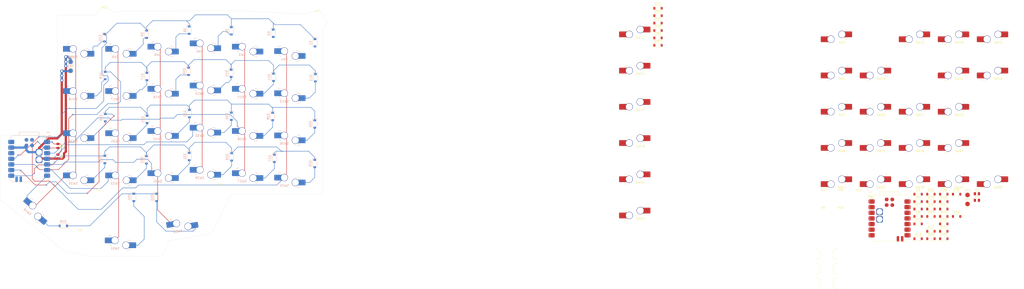
<source format=kicad_pcb>
(kicad_pcb (version 20241229) (generator "pcbnew") (generator_version "9.0")
  (layers (0 "F.Cu" signal) (2 "B.Cu" signal) (13 "F.Paste" user) (15 "B.Paste" user) (5 "F.SilkS" user "F.Silkscreen") (7 "B.SilkS" user "B.Silkscreen") (1 "F.Mask" user) (3 "B.Mask" user) (25 "Edge.Cuts" user))
  (net 0 "")
  (net 1 "Net-(D1-A)")
  (net 2 "/Left/ROW0")
  (net 3 "Net-(D2-A)")
  (net 4 "/Right/ROW0")
  (net 5 "Net-(D3-A)")
  (net 6 "Net-(D4-A)")
  (net 7 "Net-(D5-A)")
  (net 8 "Net-(D6-A)")
  (net 9 "Net-(D7-A)")
  (net 10 "Net-(D8-A)")
  (net 11 "Net-(D9-A)")
  (net 12 "Net-(D11-A)")
  (net 13 "/Left/ROW1")
  (net 14 "Net-(D13-A)")
  (net 15 "Net-(D14-A)")
  (net 16 "Net-(D15-A)")
  (net 17 "Net-(D16-A)")
  (net 18 "Net-(D17-A)")
  (net 19 "Net-(D19-A)")
  (net 20 "/Right/ROW1")
  (net 21 "Net-(D20-A)")
  (net 22 "Net-(D21-A)")
  (net 23 "Net-(D22-A)")
  (net 24 "Net-(D23-A)")
  (net 25 "Net-(D25-A)")
  (net 26 "/Left/ROW3")
  (net 27 "Net-(D26-A)")
  (net 28 "/Left/ROW2")
  (net 29 "Net-(D27-A)")
  (net 30 "Net-(D28-A)")
  (net 31 "Net-(D29-A)")
  (net 32 "Net-(D30-A)")
  (net 33 "Net-(D31-A)")
  (net 34 "Net-(D32-A)")
  (net 35 "Net-(D33-A)")
  (net 36 "Net-(D34-A)")
  (net 37 "Net-(D37-A)")
  (net 38 "/Right/ROW3")
  (net 39 "/Right/ROW2")
  (net 40 "Net-(D38-A)")
  (net 41 "Net-(D39-A)")
  (net 42 "Net-(D40-A)")
  (net 43 "Net-(D41-A)")
  (net 44 "Net-(D42-A)")
  (net 45 "Net-(D43-A)")
  (net 46 "Net-(D44-A)")
  (net 47 "Net-(D45-A)")
  (net 48 "Net-(D46-A)")
  (net 49 "/Left/ROW4")
  (net 50 "Net-(D49-A)")
  (net 51 "Net-(D50-A)")
  (net 52 "/Right/ROW4")
  (net 53 "/Left/BAT_SENSE")
  (net 54 "VBAT")
  (net 55 "/Right/BAT_SENSE")
  (net 56 "GND")
  (net 57 "/Left/COL0")
  (net 58 "/Right/COL0")
  (net 59 "/Left/COL1")
  (net 60 "/Right/COL1")
  (net 61 "/Left/COL2")
  (net 62 "/Left/COL3")
  (net 63 "/Right/COL2")
  (net 64 "/Right/COL3")
  (net 65 "/Left/COL4")
  (net 66 "/Left/COL5")
  (net 67 "/Right/COL4")
  (net 68 "/Right/COL5")
  (net 83 "Net-(D10-A)")
  (net 84 "Net-(D12-A)")
  (net 85 "Net-(D18-A)")
  (net 86 "Net-(D24-A)")
  (net 87 "Net-(D35-A)")
  (net 88 "Net-(D36-A)")
  (net 89 "Net-(D47-A)")
  (net 90 "Net-(D48-A)")
  (net 91 "Net-(D51-A)")
  (net 92 "Net-(D52-A)")
  (net 93 "Net-(D53-A)")
  (net 94 "Net-(D54-A)")
  (footprint "MountingHole:MountingHole_3.2mm_M3" (layer "F.Cu") (at 73.5 23.6)
    (property "Reference" "H11")
    (property "Value" "MountingHole")
  )
  (footprint "Diode_SMD:D_SOD-123" (layer "F.Cu") (at 440.26 113.95)
    (property "Reference" "D8")
    (property "Value" "D")
  )
  (footprint "Diode_SMD:D_SOD-123" (layer "F.Cu") (at 322.985 19.9)
    (property "Reference" "D12")
    (property "Value" "D")
  )
  (footprint "Diode_SMD:D_SOD-123" (layer "F.Cu") (at 446.055 107.25)
    (property "Reference" "D21")
    (property "Value" "D")
  )
  (footprint "PCM_marbastlib-choc:SW_choc_v1_HS_CPG135001S30_1u" (layer "F.Cu") (at 471.315 27.95)
    (property "Reference" "SW45")
    (property "Value" "SW_Push")
  )
  (footprint "MountingHole:MountingHole_3.2mm_M3" (layer "F.Cu") (at 397.385 106.2)
    (property "Reference" "H4")
    (property "Value" "MountingHole")
  )
  (footprint "PCM_marbastlib-choc:SW_choc_v1_HS_CPG135001S30_1u" (layer "F.Cu") (at 418.53 44.31)
    (property "Reference" "SW19")
    (property "Value" "SW_Push")
  )
  (footprint "MountingHole:MountingHole_3.2mm_M3" (layer "F.Cu") (at 62.4 124.4)
    (property "Reference" "H9")
    (property "Value" "MountingHole")
  )
  (footprint "Diode_SMD:D_SOD-123" (layer "F.Cu") (at 440.26 124)
    (property "Reference" "D19")
    (property "Value" "D")
  )
  (footprint "Resistor_SMD:R_0805_2012Metric" (layer "F.Cu") (at 52.4 86.9125 -90)
    (property "Reference" "R1")
    (property "Value" "806k")
  )
  (footprint "Diode_SMD:D_SOD-123" (layer "F.Cu") (at 322.985 33.3)
    (property "Reference" "D52")
    (property "Value" "D")
  )
  (footprint "PCM_marbastlib-choc:SW_choc_v1_HS_CPG135001S30_1u" (layer "F.Cu") (at 310 25.75)
    (property "Reference" "SW12")
    (property "Value" "SW_Push")
  )
  (footprint "Panelization:mouse-bite-5mm-slot" (layer "F.Cu") (at 398.96 144.065)
    (property "Reference" "H15" (hide yes))
    (property "Value" "MountingHole" (hide yes))
  )
  (footprint "PCM_marbastlib-choc:SW_choc_v1_HS_CPG135001S30_1u" (layer "F.Cu") (at 310 58.47)
    (property "Reference" "SW47")
    (property "Value" "SW_Push")
  )
  (footprint "Diode_SMD:D_SOD-123" (layer "F.Cu") (at 446.055 113.95)
    (property "Reference" "D23")
    (property "Value" "D")
  )
  (footprint "Diode_SMD:D_SOD-123" (layer "F.Cu") (at 451.85 113.95)
    (property "Reference" "D42")
    (property "Value" "D")
  )
  (footprint "MountingHole:MountingHole_3.2mm_M3" (layer "F.Cu") (at 70.4 106.1)
    (property "Reference" "H3")
    (property "Value" "MountingHole")
  )
  (footprint "MountingHole:MountingHole_3.2mm_M3" (layer "F.Cu") (at 405.335 114.15)
    (property "Reference" "H10")
    (property "Value" "MountingHole")
  )
  (footprint "PCM_marbastlib-choc:SW_choc_v1_HS_CPG135001S30_1u" (layer "F.Cu") (at 453.72 93.39)
    (property "Reference" "SW44")
    (property "Value" "SW_Push")
  )
  (footprint "Resistor_SMD:R_0805_2012Metric" (layer "F.Cu") (at 52.4 82.1 -90)
    (property "Reference" "R3")
    (property "Value" "2M")
  )
  (footprint "PCM_marbastlib-choc:SW_choc_v1_HS_CPG135001S30_1u" (layer "F.Cu") (at 310 107.55)
    (property "Reference" "SW54")
    (property "Value" "SW_Push")
  )
  (footprint "PCM_marbastlib-choc:SW_choc_v1_HS_CPG135001S30_1u" (layer "F.Cu") (at 400.935 44.31)
    (property "Reference" "SW4")
    (property "Value" "SW_Push")
  )
  (footprint "Diode_SMD:D_SOD-123" (layer "F.Cu") (at 451.85 120.65)
    (property "Reference" "D44")
    (property "Value" "D")
  )
  (footprint "Diode_SMD:D_SOD-123" (layer "F.Cu") (at 446.055 110.6)
    (property "Reference" "D22")
    (property "Value" "D")
  )
  (footprint "MountingHole:MountingHole_3.2mm_M3" (layer "F.Cu") (at 125.3 103.8)
    (property "Reference" "H5")
    (property "Value" "MountingHole")
  )
  (footprint "Diode_SMD:D_SOD-123" (layer "F.Cu") (at 451.85 103.9)
    (property "Reference" "D39")
    (property "Value" "D")
  )
  (footprint "Diode_SMD:D_SOD-123" (layer "F.Cu") (at 446.055 120.65)
    (property "Reference" "D37")
    (property "Value" "D")
  )
  (footprint "Diode_SMD:D_SOD-123" (layer "F.Cu") (at 322.985 23.25)
    (property "Reference" "D24")
    (property "Value" "D")
  )
  (footprint "PCM_marbastlib-choc:SW_choc_v1_HS_CPG135001S30_1u" (layer "F.Cu") (at 453.72 77.03)
    (property "Reference" "SW43")
    (property "Value" "SW_Push")
  )
  (footprint "Diode_SMD:D_SOD-123" (layer "F.Cu") (at 457.645 113.95)
    (property "Reference" "D50")
    (property "Value" "D")
  )
  (footprint "Diode_SMD:D_SOD-123" (layer "F.Cu") (at 322.985 36.65)
    (property "Reference" "D54")
    (property "Value" "D")
  )
  (footprint "marbastlib-choc:SW_choc_v1_HS_CPG135001S30_1.75u" (layer "F.Cu") (at 471.315 93.39)
    (property "Reference" "SW50")
    (property "Value" "SW_Push")
  )
  (footprint "PCM_marbastlib-choc:SW_choc_v1_HS_CPG135001S30_1u" (layer "F.Cu") (at 453.72 44.31)
    (property "Reference" "SW41")
    (property "Value" "SW_Push")
  )
  (footprint "pcb:modified-XIAO-nRF52840-SMD" (layer "F.Cu") (at 427.419 114.8355)
    (property "Reference" "U2")
    (property "Value" "XIAO-nRF52840-SMD")
  )
  (footprint "Diode_SMD:D_SOD-123" (layer "F.Cu") (at 451.85 107.25)
    (property "Reference" "D40")
    (property "Value" "D")
  )
  (footprint "MountingHole:MountingHole_3.2mm_M3" (layer "F.Cu") (at 413.285 106.2)
    (property "Reference" "H12")
    (property "Value" "MountingHole")
  )
  (footprint "Resistor_SMD:R_0805_2012Metric" (layer "F.Cu") (at 466.775 106.65)
    (property "Reference" "R4")
    (property "Value" "2M")
  )
  (footprint "Diode_SMD:D_SOD-123" (layer "F.Cu") (at 451.85 117.3)
    (property "Reference" "D43")
    (property "Value" "D")
  )
  (footprint "PCM_marbastlib-choc:SW_choc_v1_HS_CPG135001S30_1u" (layer "F.Cu") (at 453.72 60.67)
    (property "Reference" "SW42")
    (property "Value" "SW_Push")
  )
  (footprint "PCM_marbastlib-choc:SW_choc_v1_HS_CPG135001S30_1u" (layer "F.Cu") (at 400.935 60.67)
    (property "Reference" "SW7")
    (property "Value" "SW_Push")
  )
  (footprint "marbastlib-choc:SW_choc_v1_HS_CPG135001S30_1.5u" (layer "F.Cu") (at 310 91.19)
    (property "Reference" "SW52")
    (property "Value" "SW_Push")
  )
  (footprint "MountingHole:MountingHole_3.2mm_M3" (layer "F.Cu") (at 169.2 25.4)
    (property "Reference" "H7")
    (property "Value" "MountingHole")
  )
  (footprint "PCM_marbastlib-choc:SW_choc_v1_HS_CPG135001S30_1u" (layer "F.Cu") (at 436.125 60.67)
    (property "Reference" "SW37")
    (property "Value" "SW_Push")
  )
  (footprint "TestPoint:TestPoint_Pad_D2.0mm" (layer "F.Cu") (at 462.545 104.25)
    (property "Reference" "TP2")
    (property "Value" "BAT")
  )
  (footprint "PCM_marbastlib-choc:SW_choc_v1_HS_CPG135001S30_1u" (layer "F.Cu") (at 310 42.11)
    (property "Reference" "SW24")
    (property "Value" "SW_Push")
  )
  (footprint "PCM_marbastlib-choc:SW_choc_v1_HS_CPG135001S30_1u" (layer "F.Cu") (at 418.53 60.67)
    (property "Reference" "SW20")
    (property "Value" "SW_Push")
  )
  (footprint "Panelization:mouse-bite-5mm-slot" (layer "F.Cu") (at 398.96 137.565)
    (property "Reference" "H2" (hide yes))
    (property "Value" "MountingHole" (hide yes))
  )
  (footprint "Diode_SMD:D_SOD-123" (layer "F.Cu") (at 322.985 29.95)
    (property "Reference" "D48")
    (property "Value" "D")
  )
  (footprint "Diode_SMD:D_SOD-123" (layer "F.Cu") (at 322.985 26.6)
    (property "Reference" "D47")
    (property "Value" "D")
  )
  (footprint "PCM_marbastlib-choc:SW_choc_v1_HS_CPG135001S30_1u" (layer "F.Cu") (at 400.935 93.39)
    (property "Reference" "SW11")
    (property "Value" "SW_Push")
  )
  (footprint "Diode_SMD:D_SOD-123" (layer "F.Cu") (at 446.055 124)
    (property "Reference" "D38")
    (property "Value" "D")
  )
  (footprint "PCM_marbastlib-choc:SW_choc_v1_HS_CPG135001S30_1u" (layer "F.Cu") (at 400.935 27.95)
    (property "Reference" "SW2")
    (property "Value" "SW_Push")
  )
  (footprint "MountingHole:MountingHole_3.2mm_M3" (layer "F.Cu") (at 397.385 114.15)
    (property "Reference" "H6")
    (property "Value" "MountingHole")
  )
  (footprint "PCM_marbastlib-choc:SW_choc_v1_HS_CPG135001S30_1u" (layer "F.Cu") (at 418.53 93.39)
    (property "Reference" "SW22")
    (property "Value" "SW_Push")
  )
  (footprint "Diode_SMD:D_SOD-123" (layer "F.Cu") (at 446.055 103.9)
    (property "Reference" "D20")
    (property "Value" "D")
  )
  (footprint "Diode_SMD:D_SOD-123" (layer "F.Cu") (at 440.26 103.9)
    (property "Reference" "D2")
    (property "Value" "D")
  )
  (footprint "PCM_marbastlib-choc:SW_choc_v1_HS_CPG135001S30_1u" (layer "F.Cu") (at 436.125 93.39)
    (property "Reference" "SW39")
    (property "Value" "SW_Push")
  )
  (footprint "PCM_marbastlib-choc:SW_choc_v1_HS_CPG135001S30_1u" (layer "F.Cu") (at 453.72 27.95)
    (property "Reference" "SW40")
    (property "Value" "SW_Push")
  )
  (footprint "PCM_marbastlib-choc:SW_choc_v1_HS_CPG135001S30_1u" (layer "F.Cu") (at 400.935 77.03)
    (property "Reference" "SW8")
    (property "Value" "SW_Push")
  )
  (footprint "Diode_SMD:D_SOD-123" (layer "F.Cu") (at 440.26 107.25)
    (property "Reference" "D4")
    (property "Value" "D")
  )
  (footprint "Diode_SMD:D_SOD-123" (layer "F.Cu") (at 440.26 110.6)
    (property "Reference" "D7")
    (property "Value" "D")
  )
  (footprint "PCM_marbastlib-choc:SW_choc_v1_HS_CPG135001S30_1u" (layer "F.Cu") (at 418.53 77.03)
    (property "Reference" "SW21")
    (property "Value" "SW_Push")
  )
  (footprint "TestPoint:TestPoint_Pad_D2.0mm" (layer "F.Cu") (at 462.545 108.3)
    (property "Reference" "TP4")
    (property "Value" "GND")
  )
  (footprint "Panelization:mouse-bite-5mm-slot" (layer "F.Cu") (at 398.96 131.065)
    (property "Reference" "H1" (hide yes))
    (property "Value" "MountingHole" (hide yes))
  )
  (footprint "Diode_SMD:D_SOD-123" (layer "F.Cu") (at 451.85 110.6)
    (property "Reference" "D41")
    (property "Value" "D")
  )
  (footprint "PCM_marbastlib-choc:SW_choc_v1_HS_CPG135001S30_1u" (layer "F.Cu") (at 436.125 27.95)
    (property "Reference" "SW23")
    (property "Value" "SW_Push")
  )
  (footprint "PCM_marbastlib-choc:SW_choc_v1_HS_CPG135001S30_1u" (layer "F.Cu") (at 471.315 44.31)
    (property "Reference" "SW46")
    (property "Value" "SW_Push")
  )
  (footprint "PCM_marbastlib-choc:SW_choc_v1_HS_CPG135001S30_1u" (layer "F.Cu") (at 310 74.83)
    (property "Reference" "SW48")
    (property "Value" "SW_Push")
  )
  (footprint "PCM_marbastlib-choc:SW_choc_v1_HS_CPG135001S30_1u" (layer "F.Cu") (at 436.125 77.03)
    (property "Reference" "SW38")
    (property "Value" "SW_Push")
  )
  (footprint "MountingHole:MountingHole_3.2mm_M3" (layer "F.Cu") (at 405.335 106.2)
    (property "Reference" "H8")
    (property "Value" "MountingHole")
  )
  (footprint "Resistor_SMD:R_0805_2012Metric" (layer "F.Cu") (at 466.775 103.7)
    (property "Reference" "R2")
    (property "Value" "806k")
  )
  (footprint "Diode_SMD:D_SOD-123" (layer "F.Cu") (at 457.645 103.9)
    (property "Reference" "D46")
    (property "Value" "D")
  )
  (footprint "Diode_SMD:D_SOD-123" (layer "F.Cu") (at 440.26 117.3)
    (property "Reference" "D11")
    (property "Value" "D")
  )
  (footprint "Diode_SMD:D_SOD-123" (layer "F.Cu") (at 451.85 124)
    (property "Reference" "D45")
    (property "Value" "D")
  )
  (footprint "PCM_marbastlib-choc:SW_choc_v1_HS_CPG135001S30_1u" (layer "B.Cu") (at 102.337218 90.65 180)
    (property "Reference" "SW31")
    (property "Value" "SW_Push")
  )
  (footprint "PCM_marbastlib-choc:SW_choc_v1_HS_CPG135001S30_1u" (layer "B.Cu") (at 140.437218 33.5 180)
    (property "Reference" "SW3")
    (property "Value" "SW_Push")
  )
  (footprint "PCM_marbastlib-choc:SW_choc_v1_HS_CPG135001S30_1u" (layer "B.Cu") (at 64.237218 91.65 180)
    (property "Reference" "SW35")
    (property "Value" "SW_Push")
  )
  (footprint "PCM_marbastlib-choc:SW_choc_v1_HS_CPG135001S30_1u" (layer "B.Cu") (at 110.083558 112.555065 -170)
    (property "Reference" "SW53")
    (property "Value" "SW_Push")
  )
  (footprint "Diode_SMD:D_SOD-123" (layer "B.Cu") (at 150 87.7 -90)
    (property "Reference" "D27")
    (property "Value" "D")
  )
  (footprint "PCM_marbastlib-choc:SW_choc_v1_HS_CPG135001S30_1u" (layer "B.Cu") (at 83.287218 72.6 180)
    (property "Reference" "SW34")
    (property "Value" "SW_Push")
  )
  (footprint "PCM_marbastlib-choc:SW_choc_v1_HS_CPG135001S30_1u" (layer "B.Cu") (at 140.437218 90.65 180)
    (property "Reference" "SW27")
    (property "Value" "SW_Push")
  )
  (footprint "PCM_marbastlib-choc:SW_choc_v1_HS_CPG135001S30_1u" (layer "B.Cu") (at 102.337218 71.6 180)
    (property "Reference" "SW32")
    (property "Value" "SW_Push")
  )
  (footprint "Diode_SMD:D_SOD-123" (layer "B.Cu") (at 92.6 70.1 -90)
    (property "Reference" "D34")
    (property "Value" "D")
  )
  (footprint "Diode_SMD:D_SOD-123" (layer "B.Cu") (at 54.8 118.2 180)
    (property "Reference" "D49")
    (property "Value" "D")
  )
  (footprint "TestPoint:TestPoint_Pad_D2.0mm" (layer "B.Cu") (at 58.1 48.15 180)
    (property "Reference" "TP3")
    (property "Value" "GND")
  )
  (footprint "PCM_marbastlib-choc:SW_choc_v1_HS_CPG135001S30_1u" (layer "B.Cu") (at 83.287218 34.5 180)
    (property "Reference" "SW9")
    (property "Value" "SW_Push")
  )
  (footprint "marbastlib-choc:SW_choc_v1_HS_CPG135001S30_1.75u" (layer "B.Cu") (at 47.2 109.4 140)
    (property "Reference" "SW49")
    (property "Value" "SW_Push")
  )
  (footprint "PCM_marbastlib-choc:SW_choc_v1_HS_CPG135001S30_1u" (layer "B.Cu") (at 83.287218 53.55 180)
    (property "Reference" "SW17")
    (property "Value" "SW_Push")
  )
  (footprint "Diode_SMD:D_SOD-123" (layer "B.Cu") (at 130.6 68.7 -90)
    (property "Reference" "D30")
    (property "Value" "D")
  )
  (footprint "Diode_SMD:D_SOD-123" (layer "B.Cu") (at 149.6 51.1 -90)
    (property "Reference" "D14")
    (property "Value" "D")
  )
  (footprint "Diode_SMD:D_SOD-123" (layer "B.Cu") (at 168.2 72.2 -90)
    (property "Reference" "D26")
    (property "Value" "D")
  )
  (footprint "PCM_marbastlib-choc:SW_choc_v1_HS_CPG135001S30_1u" (layer "B.Cu") (at 121.387218 89.15 180)
    (property "Reference" "SW29")
    (property "Value" "SW_Push")
  )
  (footprint "PCM_marbastlib-choc:SW_choc_v1_HS_CPG135001S30_1u" (layer "B.Cu") (at 140.437218 52.55 180)
    (property "Reference" "SW14")
    (property "Value" "SW_Push")
  )
  (footprint "PCM_marbastlib-choc:SW_choc_v1_HS_CPG135001S30_1u" (layer "B.Cu") (at 159.487218 35.5 180)
    (property "Reference" "SW1")
    (property "Value" "SW_Push")
  )
  (footprint "Diode_SMD:D_SOD-123" (layer "B.Cu") (at 130.5 49.3 -90)
    (property "Reference" "D15")
    (property "Value" "D")
  )
  (footprint "PCM_marbastlib-choc:SW_choc_v1_HS_CPG135001S30_1u" (layer "B.Cu") (at 64.237218 53.55 180)
    (property "Reference" "SW18")
    (property "Value" "SW_Push")
  )
  (footprint "PCM_marbastlib-choc:SW_choc_v1_HS_CPG135001S30_1u" (layer "B.Cu") (at 159.487218 54.55 180)
    (property "Reference" "SW13")
    (property "Value" "SW_Push")
  )
  (footprint "PCM_marbastlib-choc:SW_choc_v1_HS_CPG135001S30_1u" (layer "B.Cu") (at 159.487218 73.6 180)
    (property "Reference" "SW26")
    (property "Value" "SW_Push")
  )
  (footprint "Diode_SMD:D_SOD-123" (layer "B.Cu") (at 86.6 105.35 -90)
    (property "Reference" "D51")
    (property "Value" "D")
  )
  (footprint "Diode_SMD:D_SOD-123" (layer "B.Cu") (at 92.3 88.4 -90)
    (property "Reference" "D33")
    (property "Value" "D")
  )
  (footprint "Diode_SMD:D_SOD-123" (layer "B.Cu") (at 111.6 86.9 -90)
    (property "Reference" "D31")
    (property "Value" "D")
  )
  (footprint "Diode_SMD:D_SOD-123" (layer "B.Cu") (at 96.9 105.35 -90)
    (property "Reference" "D53")
    (property "Value" "D")
  )
  (footprint "PCM_marbastlib-choc:SW_choc_v1_HS_CPG135001S30_1u" (layer "B.Cu") (at 159.487218 92.65 180)
    (property "Reference" "SW25")
    (property "Value" "SW_Push")
  )
  (footprint "PCM_marbastlib-choc:SW_choc_v1_HS_CPG135001S30_1u" (layer "B.Cu") (at 64.237218 72.6 180)
    (property "Reference" "SW36")
    (property "Value" "SW_Push")
  )
  (footprint "TestPoint:TestPoint_Pad_D2.0mm" (layer "B.Cu") (at 58.1 44.1 180)
    (property "Reference" "TP1")
    (property "Value" "BAT")
  )
  (footprint "Diode_SMD:D_SOD-123" (layer "B.Cu") (at 73.53 88.22 -90)
    (property "Reference" "D35")
    (property "Value" "D")
  )
  (footprint "Diode_SMD:D_SOD-123" (layer "B.Cu") (at 168.5 51.3 -90)
    (property "Reference" "D13")
    (property "Value" "D")
  )
  (footprint "Diode_SMD:D_SOD-123" (layer "B.Cu") (at 111.6 29.8 -90)
    (property "Reference" "D6")
    (property "Value" "D")
  )
  (footprint "Diode_SMD:D_SOD-123" (layer "B.Cu") (at 130.6 30.1 -90)
    (property "Reference" "D5")
    (property "Value" "D")
  )
  (footprint "PCM_marbastlib-choc:SW_choc_v1_HS_CPG135001S30_1u" (layer "B.Cu") (at 102.337218 33.5 180)
    (property "Reference" "SW6")
    (property "Value" "SW_Push")
  )
  (footprint "Diode_SMD:D_SOD-123" (layer "B.Cu") (at 149.5 31.2 -90)
    (property "Reference" "D3")
    (property "Value" "D")
  )
  (footprint "marbastlib-choc:SW_choc_v1_HS_CPG135001S30_1.5u" (layer "B.Cu") (at 83.1 121 180)
    (property "Reference" "SW51")
    (property "Value" "SW_Push")
  )
  (footprint "PCM_marbastlib-choc:SW_choc_v1_HS_CPG135001S30_1u" (layer "B.Cu") (at 121.387218 70.1 180)
    (property "Reference" "SW30")
    (property "Value" "SW_Push")
  )
  (footprint "PCM_marbastlib-choc:SW_choc_v1_HS_CPG135001S30_1u" (layer "B.Cu") (at 121.387218 32 180)
    (property "Reference" "SW5")
    (property "Value" "SW_Push")
  )
  (footprint "PCM_marbastlib-choc:SW_choc_v1_HS_CPG135001S30_1u" (layer "B.Cu") (at 140.437218 71.6 180)
    (property "Reference" "SW28")
    (property "Value" "SW_Push")
  )
  (footprint "Diode_SMD:D_SOD-123" (layer "B.Cu") (at 92.4 31.65 -90)
    (property "Reference" "D9")
    (property "Value" "D")
  )
  (footprint "Diode_SMD:D_SOD-123" (layer "B.Cu") (at 73.76 69.3425 -90)
    (property "Reference" "D36")
    (property "Value" "D")
  )
  (footprint "Diode_SMD:D_SOD-123" (layer "B.Cu") (at 73.7 50.3 -90)
    (property "Reference" "D18")
    (property "Value" "D")
  )
  (footprint "Diode_SMD:D_SOD-123" (layer "B.Cu") (at 130.7 87.05 -90)
    (property "Reference" "D29")
    (property "Value" "D")
  )
  (footprint "Diode_SMD:D_SOD-123" (layer "B.Cu") (at 73.4 33.25 -90)
    (property "Reference" "D10")
    (property "Value" "D")
  )
  (footprint "Diode_SMD:D_SOD-123" (layer "B.Cu") (at 111.7 67.5 -90)
    (property "Reference" "D32")
    (property "Value" "D")
  )
  (footprint "PCM_marbastlib-choc:SW_choc_v1_HS_CPG135001S30_1u" (layer "B.Cu") (at 64.237218 34.5 180)
    (property "Reference" "SW10")
    (property "Value" "SW_Push")
  )
  (footprint "PCM_marbastlib-choc:SW_choc_v1_HS_CPG135001S30_1u" (layer "B.Cu") (at 83.287218 91.65 180)
    (property "Reference" "SW33")
    (property "Value" "SW_Push")
  )
  (footprint "Diode_SMD:D_SOD-123" (layer "B.Cu") (at 111.3 48.4 -90)
    (property "Reference" "D16")
    (property "Value" "D")
  )
  (footprint "PCM_marbastlib-choc:SW_choc_v1_HS_CPG135001S30_1u" (layer "B.Cu") (at 102.337218 52.55 180)
    (property "Reference" "SW16")
    (property "Value" "SW_Push")
  )
  (footprint "Diode_SMD:D_SOD-123" (layer "B.Cu") (at 168.3 35.5 -90)
    (property "Reference" "D1")
    (property "Value" "D")
  )
  (footprint "Diode_SMD:D_SOD-123" (layer "B.Cu") (at 92.5 50.75 -90)
    (property "Reference" "D17")
    (property "Value" "D")
  )
  (footprint "Diode_SMD:D_SOD-123" (layer "B.Cu") (at 168.2 90.05 -90)
    (property "Reference" "D25")
    (property "Value" "D")
  )
  (footprint "Diode_SMD:D_SOD-123" (layer "B.Cu") (at 149.2 68.8 -90)
    (property "Reference" "D28")
    (property "Value" "D")
  )
  (footprint "pcb:modified-XIAO-nRF52840-SMD" (layer "B.Cu") (at 39.401718 87.9118 180)
    (property "Reference" "U1")
    (property "Value" "XIAO-nRF52840-SMD")
  )
  (footprint "PCM_marbastlib-choc:SW_choc_v1_HS_CPG135001S30_1u" (layer "B.Cu") (at 121.387218 51.05 180)
    (property "Reference" "SW15")
    (property "Value" "SW_Push")
  )
  (gr_line (start 102.091599 125.421) (end 99.751449 131.271379) (stroke (width 0.05)) (layer "Edge.Cuts"))
  (gr_arc (start 69.70844 22.871137) (mid 72.700103 19.740803) (end 76.707059 21.381943) (stroke (width 0.05)) (layer "Edge.Cuts"))
  (gr_line (start 53.355276 22.966302) (end 68.6 22.966302) (stroke (width 0.05)) (layer "Edge.Cuts"))
  (gr_line (start 170.899629 104.1) (end 131.0228 104.1) (stroke (width 0.05)) (layer "Edge.Cuts"))
  (gr_line (start 68.6 22.966302) (end 69.6244 22.966302) (stroke (width 0.05)) (layer "Edge.Cuts"))
  (gr_line (start 52.101835 76.109252) (end 52.198422 23.952048) (stroke (width 0.05)) (layer "Edge.Cuts"))
  (gr_arc (start 69.70844 22.871137) (mid 69.687916 22.937699) (end 69.624405 22.966302) (stroke (width 0.05)) (layer "Edge.Cuts"))
  (gr_line (start 170.837864 21.488316) (end 173.545009 25.346985) (stroke (width 0.05)) (layer "Edge.Cuts"))
  (gr_line (start 173.56449 26.46687) (end 171.969583 28.917089) (stroke (width 0.05)) (layer "Edge.Cuts"))
  (gr_arc (start 171.906723 103.098655) (mid 171.614309 103.80664) (end 170.899629 104.1) (stroke (width 0.05)) (layer "Edge.Cuts"))
  (gr_arc (start 52.198422 23.952048) (mid 52.438459 23.303946) (end 53.355276 22.966302) (stroke (width 0.05)) (layer "Edge.Cuts"))
  (gr_arc (start 130.125317 104.658951) (mid 130.494145 104.251162) (end 131.0228 104.1) (stroke (width 0.05)) (layer "Edge.Cuts"))
  (gr_line (start 66.697454 131.878274) (end 55.234358 129.449652) (stroke (width 0.05)) (layer "Edge.Cuts"))
  (gr_arc (start 169.803729 21.086189) (mid 170.381698 21.130653) (end 170.837864 21.488316) (stroke (width 0.05)) (layer "Edge.Cuts"))
  (gr_arc (start 55.234358 129.449652) (mid 55.01214 129.374466) (end 54.80842 129.245436) (stroke (width 0.05)) (layer "Edge.Cuts"))
  (gr_line (start 130.125316 104.658951) (end 122.025786 121.14055) (stroke (width 0.05)) (layer "Edge.Cuts"))
  (gr_arc (start 163.531315 22.471008) (mid 163.399248 22.491035) (end 163.26574 22.493287) (stroke (width 0.05)) (layer "Edge.Cuts"))
  (gr_arc (start 173.545009 25.346985) (mid 173.726249 25.903959) (end 173.56449 26.46687) (stroke (width 0.05)) (layer "Edge.Cuts"))
  (gr_arc (start 52.101835 76.109252) (mid 51.810919 76.812541) (end 51.114163 77.107358) (stroke (width 0.05)) (layer "Edge.Cuts"))
  (gr_line (start 121.295166 121.685427) (end 121.295167 121.685433) (stroke (width 0.05)) (layer "Edge.Cuts"))
  (gr_arc (start 26.294447 78.292174) (mid 26.582272 77.583182) (end 27.297806 77.285129) (stroke (width 0.05)) (layer "Edge.Cuts"))
  (gr_arc (start 131.374938 20.9) (mid 131.399993 20.900312) (end 131.424918 20.901246) (stroke (width 0.05)) (layer "Edge.Cuts"))
  (gr_arc (start 66.9048 131.9) (mid 66.80057 131.894554) (end 66.697454 131.878274) (stroke (width 0.05)) (layer "Edge.Cuts"))
  (gr_arc (start 122.025786 121.14055) (mid 121.726194 121.501045) (end 121.295166 121.685427) (stroke (width 0.05)) (layer "Edge.Cuts"))
  (gr_line (start 171.807673 29.463945) (end 171.906724 103.098655) (stroke (width 0.05)) (layer "Edge.Cuts"))
  (gr_line (start 27.297806 77.285129) (end 51.114163 77.107358) (stroke (width 0.05)) (layer "Edge.Cuts"))
  (gr_arc (start 171.807673 29.463945) (mid 171.848806 29.178737) (end 171.969583 28.917089) (stroke (width 0.05)) (layer "Edge.Cuts"))
  (gr_line (start 26.484287 105.913818) (end 26.294447 78.292174) (stroke (width 0.05)) (layer "Edge.Cuts"))
  (gr_line (start 54.80842 129.245436) (end 26.856455 106.69436) (stroke (width 0.05)) (layer "Edge.Cuts"))
  (gr_arc (start 102.091599 125.421) (mid 102.392101 125.014134) (end 102.853237 124.806394) (stroke (width 0.05)) (layer "Edge.Cuts"))
  (gr_arc (start 99.751449 131.271379) (mid 99.383596 131.728068) (end 98.822967 131.9) (stroke (width 0.05)) (layer "Edge.Cuts"))
  (gr_line (start 163.531315 22.471008) (end 169.803729 21.086189) (stroke (width 0.05)) (layer "Edge.Cuts"))
  (gr_line (start 76.710001 21.38) (end 131.374938 20.9) (stroke (width 0.05)) (layer "Edge.Cuts"))
  (gr_line (start 131.424918 20.901246) (end 163.26574 22.493287) (stroke (width 0.05)) (layer "Edge.Cuts"))
  (gr_line (start 102.853237 124.806394) (end 102.853234 124.806376) (stroke (width 0.05)) (layer "Edge.Cuts"))
  (gr_line (start 171.906723 103.098655) (end 171.906724 103.098655) (stroke (width 0.05)) (layer "Edge.Cuts"))
  (gr_line (start 121.295167 121.685433) (end 102.853234 124.806376) (stroke (width 0.05)) (layer "Edge.Cuts"))
  (gr_line (start 98.822967 131.9) (end 66.9048 131.9) (stroke (width 0.05)) (layer "Edge.Cuts"))
  (gr_arc (start 26.856455 106.69436) (mid 26.58362 106.350471) (end 26.484287 105.913818) (stroke (width 0.05)) (layer "Edge.Cuts"))
  (gr_line (start 130.125317 104.658951) (end 130.125316 104.658951) (stroke (width 0.05)) (layer "Edge.Cuts"))
  (segment (start 34.52 86.22) (end 35.512215 86.22) (width 0.2) (layer "F.Cu") (net 2))
  (segment (start 35.512215 86.22) (end 43.770016 77.962199) (width 0.2) (layer "F.Cu") (net 2))
  (via (at 34.52 86.22) (size 0.6) (drill 0.3) (layers "F.Cu" "B.Cu") (net 2))
  (via (at 43.770016 77.962199) (size 0.6) (drill 0.3) (layers "F.Cu" "B.Cu") (net 2))
  (segment (start 147.49 24.65) (end 130.6 24.65) (width 0.2) (layer "B.Cu") (net 2))
  (segment (start 75.06 52.66) (end 75.06 50.87) (width 0.2) (layer "B.Cu") (net 2))
  (segment (start 74.301 35.32) (end 74.301 35.509) (width 0.2) (layer "B.Cu") (net 2))
  (segment (start 130.6 28.45) (end 130.6 24.65) (width 0.2) (layer "B.Cu") (net 2))
  (segment (start 92.4 29.53) (end 92.4 30) (width 0.2) (layer "B.Cu") (net 2))
  (segment (start 149.5 26.66) (end 149.21 26.37) (width 0.2) (layer "B.Cu") (net 2))
  (segment (start 74.6 50.41) (end 73.08 50.41) (width 0.2) (layer "B.Cu") (net 2))
  (segment (start 52.707801 77.962199) (end 54.09 76.58) (width 0.2) (layer "B.Cu") (net 2))
  (segment (start 95.06 25.55) (end 110.6 25.55) (width 0.2) (layer "B.Cu") (net 2))
  (segment (start 57.55 65.14) (end 57.63 65.22) (width 0.2) (layer "B.Cu") (net 2))
  (segment (start 75.06 50.87) (end 74.6 50.41) (width 0.2) (layer "B.Cu") (net 2))
  (segment (start 110.6 25.55) (end 110.31 25.55) (width 0.2) (layer "B.Cu") (net 2))
  (segment (start 74.301 35.729) (end 74.301 35.32) (width 0.2) (layer "B.Cu") (net 2))
  (segment (start 110.31 25.55) (end 111.6 26.84) (width 0.2) (layer "B.Cu") (net 2))
  (segment (start 32.8282 87.9118) (end 34.52 86.22) (width 0.2) (layer "B.Cu") (net 2))
  (segment (start 57.55 64.79) (end 57.55 65.14) (width 0.2) (layer "B.Cu") (net 2))
  (segment (start 89.57 26.7) (end 92.4 29.53) (width 0.2) (layer "B.Cu") (net 2))
  (segment (start 73.08 50.41) (end 72.22 49.55) (width 0.2) (layer "B.Cu") (net 2))
  (segment (start 92.4 28.21) (end 95.06 25.55) (width 0.2) (layer "B.Cu") (net 2))
  (segment (start 92.4 30) (end 92.4 28.21) (width 0.2) (layer "B.Cu") (net 2))
  (segment (start 73.03 61.76) (end 73.03 54.69) (width 0.2) (layer "B.Cu") (net 2))
  (segment (start 73.4 31.6) (end 74.07 31.6) (width 0.2) (layer "B.Cu") (net 2))
  (segment (start 69.57 65.22) (end 73.03 61.76) (width 0.2) (layer "B.Cu") (net 2))
  (segment (start 161.74 27.29) (end 161.74 27.28) (width 0.2) (layer "B.Cu") (net 2))
  (segment (start 72.22 49.55) (end 72.22 37.81) (width 0.2) (layer "B.Cu") (net 2))
  (segment (start 128.83 22.88) (end 114.39 22.88) (width 0.2) (layer "B.Cu") (net 2))
  (segment (start 74.301 32.501) (end 74.301 35.32) (width 0.2) (layer "B.Cu") (net 2))
  (segment (start 150.12 27.28) (end 149.21 26.37) (width 0.2) (layer "B.Cu") (net 2))
  (segment (start 149.5 29.55) (end 149.5 26.66) (width 0.2) (layer "B.Cu") (net 2))
  (segment (start 57.63 65.22) (end 69.57 65.22) (width 0.2) (layer "B.Cu") (net 2))
  (segment (start 31.346718 87.9118) (end 32.8282 87.9118) (width 0.2) (layer "B.Cu") (net 2))
  (segment (start 111.6 26.84) (end 111.6 28.15) (width 0.2) (layer "B.Cu") (net 2))
  (segment (start 73.03 54.69) (end 75.06 52.66) (width 0.2) (layer "B.Cu") (net 2))
  (segment (start 73.4 31.6) (end 74.301 32.501) (width 0.2) (layer "B.Cu") (net 2))
  (segment (start 54.09 76.58) (end 54.09 67.83) (width 0.2) (layer "B.Cu") (net 2))
  (segment (start 89.57 26.66) (end 89.57 26.7) (width 0.2) (layer "B.Cu") (net 2))
  (segment (start 43.770016 77.962199) (end 52.707801 77.962199) (width 0.2) (layer "B.Cu") (net 2))
  (segment (start 79.01 26.66) (end 89.57 26.66) (width 0.2) (layer "B.Cu") (net 2))
  (segment (start 161.74 27.28) (end 150.12 27.28) (width 0.2) (layer "B.Cu") (net 2))
  (segment (start 168.3 33.85) (end 161.74 27.29) (width 0.2) (layer "B.Cu") (net 2))
  (segment (start 130.6 24.65) (end 128.83 22.88) (width 0.2) (layer "B.Cu") (net 2))
  (segment (start 74.07 31.6) (end 79.01 26.66) (width 0.2) (layer "B.Cu") (net 2))
  (segment (start 149.21 26.37) (end 147.49 24.65) (width 0.2) (layer "B.Cu") (net 2))
  (segment (start 54.09 67.83) (end 56.7 65.22) (width 0.2) (layer "B.Cu") (net 2))
  (segment (start 72.22 37.81) (end 74.301 35.729) (width 0.2) (layer "B.Cu") (net 2))
  (segment (start 111.72 25.55) (end 110.6 25.55) (width 0.2) (layer "B.Cu") (net 2))
  (segment (start 114.39 22.88) (end 111.72 25.55) (width 0.2) (layer "B.Cu") (net 2))
  (segment (start 56.7 65.22) (end 57.63 65.22) (width 0.2) (layer "B.Cu") (net 2))
  (segment (start 126.78 30.4) (end 128.53 30.4) (width 0.2) (layer "B.Cu") (net 7))
  (segment (start 124.632218 37.95) (end 124.632218 32.547782) (width 0.2) (layer "B.Cu") (net 7))
  (segment (start 129.88 31.75) (end 128.53 30.4) (width 0.2) (layer "B.Cu") (net 7))
  (segment (start 124.632218 32.547782) (end 126.78 30.4) (width 0.2) (layer "B.Cu") (net 7))
  (segment (start 130.6 31.75) (end 129.88 31.75) (width 0.2) (layer "B.Cu") (net 7))
  (segment (start 107.07 31.45) (end 105.582218 32.937782) (width 0.2) (layer "B.Cu") (net 8))
  (segment (start 111.6 31.45) (end 107.07 31.45) (width 0.2) (layer "B.Cu") (net 8))
  (segment (start 105.582218 32.937782) (end 105.582218 39.45) (width 0.2) (layer "B.Cu") (net 8))
  (segment (start 90.88 36.102218) (end 86.532218 40.45) (width 0.2) (layer "B.Cu") (net 11))
  (segment (start 90.88 33.86) (end 90.88 36.102218) (width 0.2) (layer "B.Cu") (net 11))
  (segment (start 91.44 33.3) (end 90.88 33.86) (width 0.2) (layer "B.Cu") (net 11))
  (segment (start 92.4 33.3) (end 91.44 33.3) (width 0.2) (layer "B.Cu") (net 11))
  (segment (start 55.16 90.23) (end 52.5761 92.8139) (width 0.2) (layer "F.Cu") (net 13))
  (segment (start 59.06 67.93) (end 57.286218 69.703782) (width 0.2) (layer "F.Cu") (net 13))
  (segment (start 57.286218 88.103782) (end 55.16 90.23) (width 0.2) (layer "F.Cu") (net 13))
  (segment (start 57.286218 69.703782) (end 57.286218 88.103782) (width 0.2) (layer "F.Cu") (net 13))
  (segment (start 44.1239 92.8139) (end 43.16 91.85) (width 0.2) (layer "F.Cu") (net 13))
  (segment (start 52.5761 92.8139) (end 44.1239 92.8139) (width 0.2) (layer "F.Cu") (net 13))
  (via (at 59.06 67.93) (size 0.6) (drill 0.3) (layers "F.Cu" "B.Cu") (net 13))
  (via (at 43.16 91.85) (size 0.6) (drill 0.3) (layers "F.Cu" "B.Cu") (net 13))
  (segment (start 111.3 45.6) (end 111.3 46.75) (width 0.2) (layer "B.Cu") (net 13))
  (segment (start 74.81 63.02) (end 79.53 63.02) (width 0.2) (layer "B.Cu") (net 13))
  (segment (start 132.24 43.49) (end 147.43 43.49) (width 0.2) (layer "B.Cu") (net 13))
  (segment (start 130.5 45.23) (end 130.85 44.88) (width 0.2) (layer "B.Cu") (net 13))
  (segment (start 152.18 45.54) (end 149.6 48.12) (width 0.2) (layer "B.Cu") (net 13))
  (segment (start 94.68 44.04) (end 92.5 46.22) (width 0.2) (layer "B.Cu") (net 13))
  (segment (start 130.5 45.5) (end 128.11 43.11) (width 0.2) (layer "B.Cu") (net 13))
  (segment (start 73.7 46.65) (end 73.96 46.39) (width 0.2) (layer "B.Cu") (net 13))
  (segment (start 130.5 47.65) (end 130.5 45.23) (width 0.2) (layer "B.Cu") (net 13))
  (segment (start 130.7 45.03) (end 130.85 44.88) (width 0.2) (layer "B.Cu") (net 13))
  (segment (start 75.92 44.43) (end 73.96 46.39) (width 0.2) (layer "B.Cu") (net 13))
  (segment (start 92.5 46.85) (end 90.91 45.26) (width 0.2) (layer "B.Cu") (net 13))
  (segment (start 59.06 67.93) (end 69.9 67.93) (width 0.2) (layer "B.Cu") (net 13))
  (segment (start 165.8 45.54) (end 152.18 45.54) (width 0.2) (layer "B.Cu") (net 13))
  (segment (start 111.3 45.97) (end 109.37 44.04) (width 0.2) (layer "B.Cu") (net 13))
  (segment (start 90.91 45.26) (end 90.02 44.37) (width 0.2) (layer "B.Cu") (net 13))
  (segment (start 41.7618 90.4518) (end 31.346718 90.4518) (width 0.2) (layer "B.Cu") (net 13))
  (segment (start 80.65 61.9) (end 80.65 53.12) (width 0.2) (layer "B.Cu") (net 13))
  (segment (start 168.5 49.65) (end 168.5 48.24) (width 0.2) (layer "B.Cu") (net 13))
  (segment (start 76.18 48.65) (end 73.7 48.65) (width 0.2) (layer "B.Cu") (net 13))
  (segment (start 130.5 47.65) (end 130.5 45.5) (width 0.2) (layer "B.Cu") (net 13))
  (segment (start 128.11 43.11) (end 113.79 43.11) (width 0.2) (layer "B.Cu") (net 13))
  (segment (start 80.65 53.12) (end 76.18 48.65) (width 0.2) (layer "B.Cu") (net 13))
  (segment (start 92.5 49.1) (end 92.66 49.1) (width 0.2) (layer "B.Cu") (net 13))
  (segment (start 130.85 44.88) (end 132.24 43.49) (width 0.2) (layer "B.Cu") (net 13))
  (segment (start 75.92 44.37) (end 75.92 44.43) (width 0.2) (layer "B.Cu") (net 13))
  (segment (start 109.37 44.04) (end 94.68 44.04) (width 0.2) (layer "B.Cu") (net 13))
  (segment (start 113.79 43.11) (end 111.3 45.6) (width 0.2) (layer "B.Cu") (net 13))
  (segment (start 79.53 63.02) (end 80.65 61.9) (width 0.2) (layer "B.Cu") (net 13))
  (segment (start 92.5 49.1) (end 92.5 46.85) (width 0.2) (layer "B.Cu") (net 13))
  (segment (start 149.6 48.12) (end 149.6 49.45) (width 0.2) (layer "B.Cu") (net 13))
  (segment (start 43.16 91.85) (end 41.7618 90.4518) (width 0.2) (layer "B.Cu") (net 13))
  (segment (start 73.96 46.39) (end 73.79 46.56) (width 0.2) (layer "B.Cu") (net 13))
  (segment (start 90.02 44.37) (end 75.92 44.37) (width 0.2) (layer "B.Cu") (net 13))
  (segment (start 111.3 46.75) (end 111.3 45.97) (width 0.2) (layer "B.Cu") (net 13))
  (segment (start 92.5 46.22) (end 92.5 49.1) (width 0.2) (layer "B.Cu") (net 13))
  (segment (start 149.6 45.66) (end 149.6 49.45) (width 0.2) (layer "B.Cu") (net 13))
  (segment (start 147.43 43.49) (end 149.6 45.66) (width 0.2) (layer "B.Cu") (net 13))
  (segment (start 168.5 48.24) (end 165.8 45.54) (width 0.2) (layer "B.Cu") (net 13))
  (segment (start 73.7 48.65) (end 73.7 46.65) (width 0.2) (layer "B.Cu") (net 13))
  (segment (start 69.9 67.93) (end 74.81 63.02) (width 0.2) (layer "B.Cu") (net 13))
  (segment (start 162.732218 60.5) (end 165.72 60.5) (width 0.2) (layer "B.Cu") (net 14))
  (segment (start 168.5 57.72) (end 168.5 52.95) (width 0.2) (layer "B.Cu") (net 14))
  (segment (start 165.72 60.5) (end 168.5 57.72) (width 0.2) (layer "B.Cu") (net 14))
  (segment (start 149.6 54.21) (end 149.6 52.75) (width 0.2) (layer "B.Cu") (net 15))
  (segment (start 143.682218 58.5) (end 145.31 58.5) (width 0.2) (layer "B.Cu") (net 15))
  (segment (start 145.31 58.5) (end 149.6 54.21) (width 0.2) (layer "B.Cu") (net 15))
  (segment (start 130.5 52.13) (end 130.5 50.95) (width 0.2) (layer "B.Cu") (net 16))
  (segment (start 129.18 53.45) (end 130.5 52.13) (width 0.2) (layer "B.Cu") (net 16))
  (segment (start 124.632218 57) (end 128.142218 53.49) (width 0.2) (layer "B.Cu") (net 16))
  (segment (start 129.18 53.49) (end 129.18 53.45) (width 0.2) (layer "B.Cu") (net 16))
  (segment (start 128.142218 53.49) (end 129.18 53.49) (width 0.2) (layer "B.Cu") (net 16))
  (segment (start 107.52 50.05) (end 106.79 50.78) (width 0.2) (layer "B.Cu") (net 17))
  (segment (start 111.3 50.05) (end 107.52 50.05) (width 0.2) (layer "B.Cu") (net 17))
  (segment (start 106.79 50.78) (end 106.89 50.68) (width 0.2) (layer "B.Cu") (net 17))
  (segment (start 105.582218 51.987782) (end 106.79 50.78) (width 0.2) (layer "B.Cu") (net 17))
  (segment (start 105.582218 58.5) (end 105.582218 51.987782) (width 0.2) (layer "B.Cu") (net 17))
  (segment (start 86.532218 59.5) (end 89.312218 56.72) (width 0.2) (layer "B.Cu") (net 18))
  (segment (start 89.312218 56.72) (end 90.19 56.72) (width 0.2) (layer "B.Cu") (net 18))
  (segment (start 92.5 54.41) (end 92.5 52.4) (width 0.2) (layer "B.Cu") (net 18))
  (segment (start 90.19 56.72) (end 92.5 54.41) (width 0.2) (layer "B.Cu") (net 18))
  (segment (start 168.2 96.3) (end 168.2 91.7) (width 0.2) (layer "B.Cu") (net 25))
  (segment (start 165.9 98.6) (end 168.2 96.3) (width 0.2) (layer "B.Cu") (net 25))
  (segment (start 162.732218 98.6) (end 165.9 98.6) (width 0.2) (layer "B.Cu") (net 25))
  (segment (start 50.95 89.54) (end 49.85 90.64) (width 0.2) (layer "F.Cu") (net 26))
  (segment (start 41.7 92.460057) (end 41.7 93.34) (width 0.2) (layer "F.Cu") (net 26))
  (segment (start 43.520057 90.64) (end 41.7 92.460057) (width 0.2) (layer "F.Cu") (net 26))
  (segment (start 41.7 93.34) (end 41.7 94.38) (width 0.2) (layer "F.Cu") (net 26))
  (segment (start 41.7 94.38) (end 41.73 94.41) (width 0.2) (layer "F.Cu") (net 26))
  (segment (start 49.85 90.64) (end 43.520057 90.64) (width 0.2) (layer "F.Cu") (net 26))
  (via (at 41.73 94.41) (size 0.6) (drill 0.3) (layers "F.Cu" "B.Cu") (net 26))
  (via (at 50.95 89.54) (size 0.6) (drill 0.3) (layers "F.Cu" "B.Cu") (net 26))
  (segment (start 165.43 84.49) (end 153.73 84.49) (width 0.2) (layer "B.Cu") (net 26))
  (segment (start 92.3 85.01) (end 92.3 86.75) (width 0.2) (layer "B.Cu") (net 26))
  (segment (start 153.07 84.49) (end 151.13 82.55) (width 0.2) (layer "B.Cu") (net 26))
  (segment (start 75.63 82.5) (end 74.02 84.11) (width 0.2) (layer "B.Cu") (net 26))
  (segment (start 109.33 81.65) (end 95.66 81.65) (width 0.2) (layer "B.Cu") (net 26))
  (segment (start 114.15 80.45) (end 111.6 83) (width 0.2) (layer "B.Cu") (net 26))
  (segment (start 41.73 94.41) (end 40.6082 95.5318) (width 0.2) (layer "B.Cu") (net 26))
  (segment (start 89.86 82.72) (end 89.64 82.5) (width 0.2) (layer "B.Cu") (net 26))
  (segment (start 150 86.05) (end 150 85.22) (width 0.2) (layer "B.Cu") (net 26))
  (segment (start 111.6 83) (end 111.6 85.25) (width 0.2) (layer "B.Cu") (net 26))
  (segment (start 92.3 85.16) (end 89.86 82.72) (width 0.2) (layer "B.Cu") (net 26))
  (segment (start 151.13 82.55) (end 133.55 82.55) (width 0.2) (layer "B.Cu") (net 26))
  (segment (start 73.53 86.57) (end 53.92 86.57) (width 0.2) (layer "B.Cu") (net 26))
  (segment (start 73.88 84.25) (end 73.88 84.07) (width 0.2) (layer "B.Cu") (net 26))
  (segment (start 111.6 83.92) (end 109.33 81.65) (width 0.2) (layer "B.Cu") (net 26))
  (segment (start 74.02 84.11) (end 73.88 84.25) (width 0.2) (layer "B.Cu") (net 26))
  (segment (start 150 85.22) (end 150.73 84.49) (width 0.2) (layer "B.Cu") (net 26))
  (segment (start 95.66 81.65) (end 92.3 85.01) (width 0.2) (layer "B.Cu") (net 26))
  (segment (start 76.27 82.5) (end 75.63 82.5) (width 0.2) (layer "B.Cu") (net 26))
  (segment (start 40.6082 95.5318) (end 31.346718 95.5318) (width 0.2) (layer "B.Cu") (net 26))
  (segment (start 128.08 80.45) (end 114.15 80.45) (width 0.2) (layer "B.Cu") (net 26))
  (segment (start 133.55 82.55) (end 130.7 85.4) (width 0.2) (layer "B.Cu") (net 26))
  (segment (start 130.7 85.4) (end 130.7 83.07) (width 0.2) (layer "B.Cu") (net 26))
  (segment (start 73.53 86.57) (end 73.53 84.6) (width 0.2) (layer "B.Cu") (net 26))
  (segment (start 150.73 84.49) (end 153.73 84.49) (width 0.2) (layer "B.Cu") (net 26))
  (segment (start 168.2 87.26) (end 165.43 84.49) (width 0.2) (layer "B.Cu") (net 26))
  (segment (start 153.73 84.49) (end 153.07 84.49) (width 0.2) (layer "B.Cu") (net 26))
  (segment (start 168.2 88.4) (end 168.2 87.26) (width 0.2) (layer "B.Cu") (net 26))
  (segment (start 130.7 83.07) (end 128.08 80.45) (width 0.2) (layer "B.Cu") (net 26))
  (segment (start 73.53 84.6) (end 74.02 84.11) (width 0.2) (layer "B.Cu") (net 26))
  (segment (start 53.92 86.57) (end 50.95 89.54) (width 0.2) (layer "B.Cu") (net 26))
  (segment (start 111.6 85.25) (end 111.6 83.92) (width 0.2) (layer "B.Cu") (net 26))
  (segment (start 92.3 86.75) (end 92.3 85.16) (width 0.2) (layer "B.Cu") (net 26))
  (segment (start 89.64 82.5) (end 76.27 82.5) (width 0.2) (layer "B.Cu") (net 26))
  (segment (start 168.2 73.85) (end 168.2 76.1) (width 0.2) (layer "B.Cu") (net 27))
  (segment (start 168.2 76.1) (end 166.815 77.485) (width 0.2) (layer "B.Cu") (net 27))
  (segment (start 164.75 79.55) (end 162.732218 79.55) (width 0.2) (layer "B.Cu") (net 27))
  (segment (start 166.815 77.485) (end 164.75 79.55) (width 0.2) (layer "B.Cu") (net 27))
  (segment (start 70.938218 98.251782) (end 65.71 103.48) (width 0.2) (layer "F.Cu") (net 28))
  (segment (start 77.69 68.52) (end 70.88 75.33) (width 0.2) (layer "F.Cu") (net 28))
  (segment (start 70.88 89.33) (end 70.938218 89.388218) (width 0.2) (layer "F.Cu") (net 28))
  (segment (start 70.938218 89.388218) (end 70.938218 98.251782) (width 0.2) (layer "F.Cu") (net 28))
  (segment (start 47.1 99.77) (end 42.19 99.77) (width 0.2) (layer "F.Cu") (net 28))
  (segment (start 42.19 99.77) (end 35.53 93.11) (width 0.2) (layer "F.Cu") (net 28))
  (segment (start 70.88 75.33) (end 70.88 89.33) (width 0.2) (layer "F.Cu") (net 28))
  (via (at 35.53 93.11) (size 0.6) (drill 0.3) (layers "F.Cu" "B.Cu") (net 28))
  (via (at 77.69 68.52) (size 0.6) (drill 0.3) (layers "F.Cu" "B.Cu") (net 28))
  (via (at 47.1 99.77) (size 0.6) (drill 0.3) (layers "F.Cu" "B.Cu") (net 28))
  (via (at 65.71 103.48) (size 0.6) (drill 0.3) (layers "F.Cu" "B.Cu") (net 28))
  (segment (start 149.2 64.98) (end 149.07 64.85) (width 0.2) (layer "B.Cu") (net 28))
  (segment (start 149.24 64.68) (end 149.07 64.85) (width 0.2) (layer "B.Cu") (net 28))
  (segment (start 147.44 63.22) (end 130.6 63.22) (width 0.2) (layer "B.Cu") (net 28))
  (segment (start 35.53 93.11) (end 35.4118 92.9918) (width 0.2) (layer "B.Cu") (net 28))
  (segment (start 94.23 63.63) (end 92.6 65.26) (width 0.2) (layer "B.Cu") (net 28))
  (segment (start 65.71 103.48) (end 56.64 103.48) (width 0.2) (layer "B.Cu") (net 28))
  (segment (start 111.7 65.85) (end 111.7 63.68) (width 0.2) (layer "B.Cu") (net 28))
  (segment (start 48.575 98.295) (end 51.455 98.295) (width 0.2) (layer "B.Cu") (net 28))
  (segment (start 130.6 63.22) (end 130.6 67.05) (width 0.2) (layer "B.Cu") (net 28))
  (segment (start 89.755 64.655) (end 92.6 67.5) (width 0.2) (layer "B.Cu") (net 28))
  (segment (start 89.75 64.66) (end 89.755 64.655) (width 0.2) (layer "B.Cu") (net 28))
  (segment (start 75.62 64.66) (end 89.75 64.66) (width 0.2) (layer "B.Cu") (net 28))
  (segment (start 168.2 66.36) (end 166.52 64.68) (width 0.2) (layer "B.Cu") (net 28))
  (segment (start 113.97 61.41) (end 128.79 61.41) (width 0.2) (layer "B.Cu") (net 28))
  (segment (start 76.8625 67.6925) (end 77.69 68.52) (width 0.2) (layer "B.Cu") (net 28))
  (segment (start 56.64 103.48) (end 51.455 98.295) (width 0.2) (layer "B.Cu") (net 28))
  (segment (start 149.2 67.15) (end 149.2 64.98) (width 0.2) (layer "B.Cu") (net 28))
  (segment (start 111.7 64.72) (end 110.61 63.63) (width 0.2) (layer "B.Cu") (net 28))
  (segment (start 35.4118 92.9918) (end 31.346718 92.9918) (width 0.2) (layer "B.Cu") (net 28))
  (segment (start 73.76 66.52) (end 75.62 64.66) (width 0.2) (layer "B.Cu") (net 28))
  (segment (start 73.76 67.6925) (end 76.8625 67.6925) (width 0.2) (layer "B.Cu") (net 28))
  (segment (start 149.07 64.85) (end 147.44 63.22) (width 0.2) (layer "B.Cu") (net 28))
  (segment (start 47.1 99.77) (end 48.575 98.295) (width 0.2) (layer "B.Cu") (net 28))
  (segment (start 166.52 64.68) (end 149.24 64.68) (width 0.2) (layer "B.Cu") (net 28))
  (segment (start 92.6 67.5) (end 92.6 68.45) (width 0.2) (layer "B.Cu") (net 28))
  (segment (start 110.61 63.63) (end 94.23 63.63) (width 0.2) (layer "B.Cu") (net 28))
  (segment (start 111.7 63.68) (end 113.97 61.41) (width 0.2) (layer "B.Cu") (net 28))
  (segment (start 128.79 61.41) (end 130.6 63.22) (width 0.2) (layer "B.Cu") (net 28))
  (segment (start 168.2 70.55) (end 168.2 66.36) (width 0.2) (layer "B.Cu") (net 28))
  (segment (start 111.7 65.85) (end 111.7 64.72) (width 0.2) (layer "B.Cu") (net 28))
  (segment (start 73.76 67.6925) (end 73.76 66.52) (width 0.2) (layer "B.Cu") (net 28))
  (segment (start 92.6 65.26) (end 92.6 68.45) (width 0.2) (layer "B.Cu") (net 28))
  (segment (start 150 92.39) (end 150 89.35) (width 0.2) (layer "B.Cu") (net 29))
  (segment (start 145.79 96.6) (end 150 92.39) (width 0.2) (layer "B.Cu") (net 29))
  (segment (start 143.682218 96.6) (end 145.79 96.6) (width 0.2) (layer "B.Cu") (net 29))
  (segment (start 149.2 73.67) (end 149.2 70.45) (width 0.2) (layer "B.Cu") (net 30))
  (segment (start 143.682218 77.55) (end 145.32 77.55) (width 0.2) (layer "B.Cu") (net 30))
  (segment (start 145.32 77.55) (end 149.2 73.67) (width 0.2) (layer "B.Cu") (net 30))
  (segment (start 126.84 95.1) (end 130.7 91.24) (width 0.2) (layer "B.Cu") (net 31))
  (segment (start 130.7 91.24) (end 130.7 88.7) (width 0.2) (layer "B.Cu") (net 31))
  (segment (start 124.632218 95.1) (end 126.84 95.1) (width 0.2) (layer "B.Cu") (net 31))
  (segment (start 130.6 72.76) (end 130.6 70.35) (width 0.2) (layer "B.Cu") (net 32))
  (segment (start 124.632218 76.05) (end 127.31 76.05) (width 0.2) (layer "B.Cu") (net 32))
  (segment (start 127.31 76.05) (end 130.6 72.76) (width 0.2) (layer "B.Cu") (net 32))
  (segment (start 111.6 90.21) (end 111.6 88.55) (width 0.2) (layer "B.Cu") (net 33))
  (segment (start 105.582218 96.6) (end 105.582218 96.227782) (width 0.2) (layer "B.Cu") (net 33))
  (segment (start 105.582218 96.227782) (end 111.6 90.21) (width 0.2) (layer "B.Cu") (net 33))
  (segment (start 105.582218 77.327782) (end 111.7 71.21) (width 0.2) (layer "B.Cu") (net 34))
  (segment (start 111.7 71.21) (end 111.7 69.15) (width 0.2) (layer "B.Cu") (net 34))
  (segment (start 105.582218 77.55) (end 105.582218 77.327782) (width 0.2) (layer "B.Cu") (net 34))
  (segment (start 92.3 92.27) (end 86.97 97.6) (width 0.2) (layer "B.Cu") (net 35))
  (segment (start 92.3 90.05) (end 92.3 92.27) (width 0.2) (layer "B.Cu") (net 35))
  (segment (start 86.97 97.6) (end 86.532218 97.6) (width 0.2) (layer "B.Cu") (net 35))
  (segment (start 86.532218 78.55) (end 92.6 72.482218) (width 0.2) (layer "B.Cu") (net 36))
  (segment (start 92.6 72.482218) (end 92.6 71.75) (width 0.2) (layer "B.Cu") (net 36))
  (segment (start 81.25 103.7) (end 66.75 118.2) (width 0.2) (layer "B.Cu") (net 49))
  (segment (start 96.9 103.7) (end 86.6 103.7) (width 0.2) (layer "B.Cu") (net 49))
  (segment (start 86.6 103.7) (end 81.25 103.7) (width 0.2) (layer "B.Cu") (net 49))
  (segment (start 66.75 118.2) (end 56.45 118.2) (width 0.2) (layer "B.Cu") (net 49))
  (segment (start 48.017419 118.2) (end 45.861229 116.04381) (width 0.2) (layer "B.Cu") (net 50))
  (segment (start 53.15 118.2) (end 48.017419 118.2) (width 0.2) (layer "B.Cu") (net 50))
  (segment (start 49.79 80.39) (end 50.5875 81.1875) (width 0.2) (layer "F.Cu") (net 53))
  (segment (start 53.4075 81.1875) (end 52.4 81.1875) (width 0.2) (layer "F.Cu") (net 53))
  (segment (start 50.5875 81.1875) (end 52.4 81.1875) (width 0.2) (layer "F.Cu") (net 53))
  (segment (start 52.4 86) (end 53.94 84.46) (width 0.2) (layer "F.Cu") (net 53))
  (segment (start 53.94 81.72) (end 53.4075 81.1875) (width 0.2) (layer "F.Cu") (net 53))
  (segment (start 53.94 84.46) (end 53.94 81.72) (width 0.2) (layer "F.Cu") (net 53))
  (via (at 49.79 80.39) (size 0.6) (drill 0.3) (layers "F.Cu" "B.Cu") (net 53))
  (segment (start 49.6918 80.2918) (end 47.511718 80.2918) (width 0.2) (layer "B.Cu") (net 53))
  (segment (start 49.79 80.39) (end 49.6918 80.2918) (width 0.2) (layer "B.Cu") (net 53))
  (segment (start 51.4264 87.825) (end 52.4 87.825) (width 1) (layer "F.Cu") (net 54))
  (segment (start 54.455 87.825) (end 52.4 87.825) (width 1) (layer "F.Cu") (net 54))
  (segment (start 43.901718 88.3118) (end 44.403518 87.81) (width 1) (layer "F.Cu") (net 54))
  (segment (start 55.135 85.505) (end 55.96 84.68) (width 1) (layer "F.Cu") (net 54))
  (segment (start 44.403518 87.81) (end 51.4114 87.81) (width 1) (layer "F.Cu") (net 54))
  (segment (start 55.96 41.82) (end 55.97 41.81) (width 1) (layer "F.Cu") (net 54))
  (segment (start 55.135 87.145) (end 54.455 87.825) (width 1) (layer "F.Cu") (net 54))
  (segment (start 51.4114 87.81) (end 51.4264 87.825) (width 1) (layer "F.Cu") (net 54))
  (segment (start 55.96 44.1) (end 55.96 41.82) (width 1) (layer "F.Cu") (net 54))
  (segment (start 44.388518 87.825) (end 43.901718 88.3118) (width 0.2) (layer "F.Cu") (net 54))
  (segment (start 55.135 87.145) (end 55.135 85.505) (width 1) (layer "F.Cu") (net 54))
  (segment (start 55.96 84.68) (end 55.96 44.1) (width 1) (layer "F.Cu") (net 54))
  (via (at 55.97 41.81) (size 1.4) (drill 0.8) (layers "F.Cu" "B.Cu") (net 54))
  (via (at 55.93 46.01) (size 1.4) (drill 0.8) (layers "F.Cu" "B.Cu") (net 54))
  (via (at 55.96 44.1) (size 1.4) (drill 0.8) (layers "F.Cu" "B.Cu") (net 54))
  (segment (start 56.91 41.81) (end 58.1 43) (width 1) (layer "B.Cu") (net 54))
  (segment (start 58.1 43) (end 58.1 44.1) (width 1) (layer "B.Cu") (net 54))
  (segment (start 55.97 45.97) (end 55.93 46.01) (width 0.2) (layer "B.Cu") (net 54))
  (segment (start 55.97 41.81) (end 56.91 41.81) (width 1) (layer "B.Cu") (net 54))
  (segment (start 55.97 41.81) (end 55.97 45.97) (width 1) (layer "B.Cu") (net 54))
  (segment (start 52.06 78.7) (end 54.12 76.64) (width 1) (layer "F.Cu") (net 56))
  (segment (start 43.901718 84.9118) (end 45.843518 82.97) (width 0.2) (layer "F.Cu") (net 56))
  (segment (start 46.55 82.97) (end 46.5925 83.0125) (width 0.2) (layer "F.Cu") (net 56))
  (segment (start 46.5925 83.0125) (end 52.4 83.0125) (width 0.2) (layer "F.Cu") (net 56))
  (segment (start 45.843518 82.97) (end 46.55 82.97) (width 0.2) (layer "F.Cu") (net 56))
  (segment (start 43.901718 84.9118) (end 43.901718 83.028282) (width 1) (layer "F.Cu") (net 56))
  (segment (start 48.23 78.7) (end 52.06 78.7) (width 1) (layer "F.Cu") (net 56))
  (segment (start 54.12 76.64) (end 54.12 50.34) (width 1) (layer "F.Cu") (net 56))
  (segment (start 43.901718 83.028282) (end 48.23 78.7) (width 1) (layer "F.Cu") (net 56))
  (via (at 54.13 48.3) (size 1.4) (drill 0.8) (layers "F.Cu" "B.Cu") (net 56))
  (via (at 54.12 50.34) (size 1.4) (drill 0.8) (layers "F.Cu" "B.Cu") (net 56))
  (via (at 54.14 52.46) (size 1.4) (drill 0.8) (layers "F.Cu" "B.Cu") (net 56))
  (segment (start 54.12 48.31) (end 54.13 48.3) (width 1) (layer "B.Cu") (net 56))
  (segment (start 54.12 52.38) (end 54.13 52.39) (width 1) (layer "B.Cu") (net 56))
  (segment (start 57.95 48.3) (end 58.1 48.15) (width 1) (layer "B.Cu") (net 56))
  (segment (start 54.13 48.3) (end 57.95 48.3) (width 1) (layer "B.Cu") (net 56))
  (segment (start 38.186718 81.8833) (end 38.186718 83.986718) (width 1) (layer "B.Cu") (net 56))
  (segment (start 54.12 50.34) (end 54.12 52.38) (width 1) (layer "B.Cu") (net 56))
  (segment (start 38.186718 83.986718) (end 39.1118 84.9118) (width 1) (layer "B.Cu") (net 56))
  (segment (start 39.1118 84.9118) (end 43.901718 84.9118) (width 1) (layer "B.Cu") (net 56))
  (segment (start 54.12 50.34) (end 54.12 48.31) (width 1) (layer "B.Cu") (net 56))
  (segment (start 31.346718 82.8318) (end 37.238218 82.8318) (width 1) (layer "B.Cu") (net 56))
  (segment (start 37.238218 82.8318) (end 38.186718 81.8833) (width 1) (layer "B.Cu") (net 56))
  (segment (start 50.39 99.66) (end 48.73 98) (width 0.2) (layer "F.Cu") (net 57))
  (segment (start 50.44 99.66) (end 50.39 99.66) (width 0.2) (layer "F.Cu") (net 57))
  (segment (start 40.85 82.42) (end 43.22 80.05) (width 0.2) (layer "F.Cu") (net 57))
  (segment (start 41.97 98) (end 40.85 96.88) (width 0.2) (layer "F.Cu") (net 57))
  (segment (start 154.487218 96.4) (end 155.49 95.397218) (width 0.2) (layer "F.Cu") (net 57))
  (segment (start 155.49 40.252782) (end 154.487218 39.25) (width 0.2) (layer "F.Cu") (net 57))
  (segment (start 155.49 95.397218) (end 155.49 40.252782) (width 0.2) (layer "F.Cu") (net 57))
  (segment (start 48.73 98) (end 41.97 98) (width 0.2) (layer "F.Cu") (net 57))
  (segment (start 40.85 96.88) (end 40.85 82.42) (width 0.2) (layer "F.Cu") (net 57))
  (via (at 43.22 80.05) (size 0.6) (drill 0.3) (layers "F.Cu" "B.Cu") (net 57))
  (via (at 50.44 99.66) (size 0.6) (drill 0.3) (layers "F.Cu" "B.Cu") (net 57))
  (segment (start 154.487218 96.4) (end 151.137218 99.75) (width 0.2) (layer "B.Cu") (net 57))
  (segment (start 43.22 80.05) (end 46.0018 82.8318) (width 0.2) (layer "B.Cu") (net 57))
  (segment (start 46.0018 82.8318) (end 47.511718 82.8318) (width 0.2) (layer "B.Cu") (net 57))
  (segment (start 88.76 99.75) (end 87.47 101.04) (width 0.2) (layer "B.Cu") (net 57))
  (segment (start 50.44 99.66) (end 50.29 99.66) (width 0.2) (layer "B.Cu") (net 57))
  (segment (start 61.57 110.79) (end 50.44 99.66) (width 0.2) (layer "B.Cu") (net 57))
  (segment (start 71.86 110.79) (end 61.57 110.79) (width 0.2) (layer "B.Cu") (net 57))
  (segment (start 151.137218 99.75) (end 88.76 99.75) (width 0.2) (layer "B.Cu") (net 57))
  (segment (start 81.61 101.04) (end 71.86 110.79) (width 0.2) (layer "B.Cu") (net 57))
  (segment (start 87.47 101.04) (end 81.61 101.04) (width 0.2) (layer "B.Cu") (net 57))
  (segment (start 136.58 38.392782) (end 135.437218 37.25) (width 0.2) (layer "F.Cu") (net 59))
  (segment (start 136.58 93.257218) (end 136.58 38.392782) (width 0.2) (layer "F.Cu") (net 59))
  (segment (start 135.437218 94.4) (end 136.58 93.257218) (width 0.2) (layer "F.Cu") (net 59))
  (segment (start 104.599 69.549) (end 104.61 69.56) (width 0.2) (layer "B.Cu") (net 59))
  (segment (start 80.99 70.5) (end 81.43 70.06) (width 0.2) (layer "B.Cu") (net 59))
  (segment (start 75.39 69.41) (end 76.48 70.5) (width 0.2) (layer "B.Cu") (net 59))
  (segment (start 50.8982 85.3718) (end 55.89 80.38) (width 0.2) (layer "B.Cu") (net 59))
  (segment (start 59.35777 80.38) (end 70.32777 69.41) (width 0.2) (layer "B.Cu") (net 59))
  (segment (start 76.48 70.5) (end 80.99 70.5) (width 0.2) (layer "B.Cu") (net 59))
  (segment (start 106.29 67.88) (end 130.07 67.88) (width 0.2) (layer "B.Cu") (net 59))
  (segment (start 133.25 73.162782) (end 135.437218 75.35) (width 0.2) (layer "B.Cu") (net 59))
  (segment (start 98.571 69.549) (end 104.599 69.549) (width 0.2) (layer "B.Cu") (net 59))
  (segment (start 55.89 80.38) (end 59.35777 80.38) (width 0.2) (layer "B.Cu") (net 59))
  (segment (start 81.43 70.06) (end 98.06 70.06) (width 0.2) (layer "B.Cu") (net 59))
  (segment (start 133.25 71.06) (end 133.25 73.162782) (width 0.2) (layer "B.Cu") (net 59))
  (segment (start 130.07 67.88) (end 133.25 71.06) (width 0.2) (layer "B.Cu") (net 59))
  (segment (start 98.06 70.06) (end 98.571 69.549) (width 0.2) (layer "B.Cu") (net 59))
  (segment (start 47.511718 85.3718) (end 50.8982 85.3718) (width 0.2) (layer "B.Cu") (net 59))
  (segment (start 104.61 69.56) (end 106.29 67.88) (width 0.2) (layer "B.Cu") (net 59))
  (segment (start 70.32777 69.41) (end 75.39 69.41) (width 0.2) (layer "B.Cu") (net 59))
  (segment (start 117.42 36.782782) (end 116.387218 35.75) (width 0.2) (layer "F.Cu") (net 61))
  (segment (start 116.387218 92.9) (end 117.42 91.867218) (width 0.2) (layer "F.Cu") (net 61))
  (segment (start 117.42 91.867218) (end 117.42 36.782782) (width 0.2) (layer "F.Cu") (net 61))
  (segment (start 91.15 81.53) (end 92.42 80.26) (width 0.2) (layer "B.Cu") (net 61))
  (segment (start 47.511718 87.9118) (end 50.1482 87.9118) (width 0.2) (layer "B.Cu") (net 61))
  (segment (start 56.53 81.53) (end 91.15 81.53) (width 0.2) (layer "B.Cu") (net 61))
  (segment (start 113.142218 77.627782) (end 113.142218 73.85) (width 0.2) (layer "B.Cu") (net 61))
  (segment (start 92.42 80.26) (end 110.66 80.26) (width 0.2) (layer "B.Cu") (net 61))
  (segment (start 50.1482 87.9118) (end 56.53 81.53) (width 0.2) (layer "B.Cu") (net 61))
  (segment (start 110.66 80.26) (end 110.66 80.11) (width 0.2) (layer "B.Cu") (net 61))
  (segment (start 110.66 80.11) (end 113.142218 77.627782) (width 0.2) (layer "B.Cu") (net 61))
  (segment (start 97.337218 94.4) (end 98.52 93.217218) (width 0.2) (layer "F.Cu") (net 62))
  (segment (start 105.8107 117.116335) (end 103.446335 117.116335) (width 0.2) (layer "F.Cu") (net 62))
  (segment (start 103.446335 117.116335) (end 97.337218 111.007218) (width 0.2) (layer "F.Cu") (net 62))
  (segment (start 98.52 38.432782) (end 97.337218 37.25) (width 0.2) (layer "F.Cu") (net 62))
  (segment (start 98.52 93.217218) (end 98.52 38.432782) (width 0.2) (layer "F.Cu") (net 62))
  (segment (start 97.337218 111.007218) (end 97.337218 94.4) (width 0.2) (layer "F.Cu") (net 62))
  (segment (start 92.68 88.08) (end 94.59 89.99) (width 0.2) (layer "B.Cu") (net 62))
  (segment (start 77.17 88.28) (end 78.59 89.7) (width 0.2) (layer "B.Cu") (net 62))
  (segment (start 70.53 89.38) (end 71.54 88.37) (width 0.2) (layer "B.Cu") (net 62))
  (segment (start 75.96 88.28) (end 77.17 88.28) (width 0.2) (layer "B.Cu") (net 62))
  (segment (start 55.46 89.38) (end 67.39 89.38) (width 0.2) (layer "B.Cu") (net 62))
  (segment (start 88.01 88.08) (end 92.68 88.08) (width 0.2) (layer "B.Cu") (net 62))
  (segment (start 67.39 89.38) (end 70.53 89.38) (width 0.2) (layer "B.Cu") (net 62))
  (segment (start 95.787218 94.4) (end 97.337218 94.4) (width 0.2) (layer "B.Cu") (net 62))
  (segment (start 94.59 89.99) (end 94.59 93.202782) (width 0.2) (layer "B.Cu") (net 62))
  (segment (start 54.9 89.94) (end 55.46 89.38) (width 0.2) (layer "B.Cu") (net 62))
  (segment (start 71.63 88.28) (end 75.96 88.28) (width 0.2) (layer "B.Cu") (net 62))
  (segment (start 71.54 88.37) (end 71.63 88.28) (width 0.2) (layer "B.Cu") (net 62))
  (segment (start 78.59 89.7) (end 78.77 89.52) (width 0.2) (layer "B.Cu") (net 62))
  (segment (start 54.3882 90.4518) (end 54.9 89.94) (width 0.2) (layer "B.Cu") (net 62))
  (segment (start 86.57 89.52) (end 88.01 88.08) (width 0.2) (layer "B.Cu") (net 62))
  (segment (start 78.77 89.52) (end 86.57 89.52) (width 0.2) (layer "B.Cu") (net 62))
  (segment (start 94.59 93.202782) (end 95.787218 94.4) (width 0.2) (layer "B.Cu") (net 62))
  (segment (start 47.511718 90.4518) (end 54.3882 90.4518) (width 0.2) (layer "B.Cu") (net 62))
  (segment (start 79.48 39.442782) (end 78.287218 38.25) (width 0.2) (layer "F.Cu") (net 65))
  (segment (start 79.75 123.1) (end 79.75 96.862782) (width 0.2) (layer "F.Cu") (net 65))
  (segment (start 79.75 96.862782) (end 78.287218 95.4) (width 0.2) (layer "F.Cu") (net 65))
  (segment (start 79.48 94.207218) (end 79.48 39.442782) (width 0.2) (layer "F.Cu") (net 65))
  (segment (start 78.287218 95.4) (end 79.48 94.207218) (width 0.2) (layer "F.Cu") (net 65))
  (segment (start 78.1 124.75) (end 79.75 123.1) (width 0.2) (layer "F.Cu") (net 65))
  (segment (start 47.511718 92.9918) (end 49.5618 92.9918) (width 0.2) (layer "B.Cu") (net 65))
  (segment (start 74.855 124.75) (end 75.042218 124.562782) (width 0.2) (layer "B.Cu") (net 65))
  (segment (start 75.042218 98.047782) (end 75.042218 95.4) (width 0.2) (layer "B.Cu") (net 65))
  (segment (start 49.5618 92.9918) (end 57.89 101.32) (width 0.2) (layer "B.Cu") (net 65))
  (segment (start 57.89 101.32) (end 71.81 101.32) (width 0.2) (layer "B.Cu") (net 65))
  (segment (start 71.81 101.28) (end 75.042218 98.047782) (width 0.2) (layer "B.Cu") (net 65))
  (segment (start 71.81 101.32) (end 71.81 101.28) (width 0.2) (layer "B.Cu") (net 65))
  (segment (start 60.4 94.237218) (end 60.4 39.412782) (width 0.2) (layer "F.Cu") (net 66))
  (segment (start 55.93 95.4) (end 59.237218 95.4) (width 0.2) (layer "F.Cu") (net 66))
  (segment (start 60.4 39.412782) (end 59.237218 38.25) (width 0.2) (layer "F.Cu") (net 66))
  (segment (start 40.959325 109.05873) (end 42.27127 109.05873) (width 0.2) (layer "F.Cu") (net 66))
  (segment (start 42.27127 109.05873) (end 55.93 95.4) (width 0.2) (layer "F.Cu") (net 66))
  (segment (start 59.237218 95.4) (end 60.4 94.237218) (width 0.2) (layer "F.Cu") (net 66))
  (segment (start 55.992218 95.4) (end 55.69 95.4) (width 0.2) (layer "B.Cu") (net 66))
  (segment (start 38.47351 104.570008) (end 47.511718 95.5318) (width 0.2) (layer "B.Cu") (net 66))
  (segment (start 55.69 95.4) (end 55.5582 95.5318) (width 0.2) (layer "B.Cu") (net 66))
  (segment (start 38.47351 106.972882) (end 38.47351 104.570008) (width 0.2) (layer "B.Cu") (net 66))
  (segment (start 72.184312 34.9) (end 70.12 36.964312) (width 0.2) (layer "B.Cu") (net 83))
  (segment (start 68.755688 36.964312) (end 68.162218 37.557782) (width 0.2) (layer "B.Cu") (net 83))
  (segment (start 73.4 34.9) (end 72.184312 34.9) (width 0.2) (layer "B.Cu") (net 83))
  (segment (start 68.162218 39.77) (end 67.482218 40.45) (width 0.2) (layer "B.Cu") (net 83))
  (segment (start 68.162218 37.557782) (end 68.162218 39.77) (width 0.2) (layer "B.Cu") (net 83))
  (segment (start 70.12 36.964312) (end 68.755688 36.964312) (width 0.2) (layer "B.Cu") (net 83))
  (segment (start 73.59 51.95) (end 73.7 51.95) (width 0.2) (layer "B.Cu") (net 85))
  (segment (start 72.07 57.19) (end 72.07 53.47) (width 0.2) (layer "B.Cu") (net 85))
  (segment (start 69.76 59.5) (end 72.07 57.19) (width 0.2) (layer "B.Cu") (net 85))
  (segment (start 67.482218 59.5) (end 69.76 59.5) (width 0.2) (layer "B.Cu") (net 85))
  (segment (start 72.07 53.47) (end 73.59 51.95) (width 0.2) (layer "B.Cu") (net 85))
  (segment (start 67.482218 97.6) (end 67.71 97.6) (width 0.2) (layer "B.Cu") (net 87))
  (segment (start 67.71 97.6) (end 73.53 91.78) (width 0.2) (layer "B.Cu") (net 87))
  (segment (start 73.53 91.78) (end 73.53 89.87) (width 0.2) (layer "B.Cu") (net 87))
  (segment (start 73.76 72.38) (end 73.76 70.9925) (width 0.2) (layer "B.Cu") (net 88))
  (segment (start 67.59 78.55) (end 73.76 72.38) (width 0.2) (layer "B.Cu") (net 88))
  (segment (start 67.482218 78.55) (end 67.59 78.55) (width 0.2) (layer "B.Cu") (net 88))
  (segment (start 91.29 113.94) (end 86.6 109.25) (width 0.2) (layer "B.Cu") (net 91))
  (segment (start 86.345 126.95) (end 88.5 126.95) (width 0.2) (layer "B.Cu") (net 91))
  (segment (start 88.5 126.95) (end 91.29 124.16) (width 0.2) (layer "B.Cu") (net 91))
  (segment (start 91.29 124.16) (end 91.29 113.94) (width 0.2) (layer "B.Cu") (net 91))
  (segment (start 86.6 109.25) (end 86.6 107) (width 0.2) (layer "B.Cu") (net 91))
  (segment (start 114.312465 117.851182) (end 111.421182 117.851182) (width 0.2) (layer "B.Cu") (net 93))
  (segment (start 114.312465 119.607535) (end 113.32 120.6) (width 0.2) (layer "B.Cu") (net 93))
  (segment (start 114.312465 117.851182) (end 114.312465 119.607535) (width 0.2) (layer "B.Cu") (net 93))
  (segment (start 101.13 120.6) (end 96.9 116.37) (width 0.2) (layer "B.Cu") (net 93))
  (segment (start 96.9 116.37) (end 96.9 107) (width 0.2) (layer "B.Cu") (net 93))
  (segment (start 113.32 120.6) (end 101.13 120.6) (width 0.2) (layer "B.Cu") (net 93))
)
</source>
